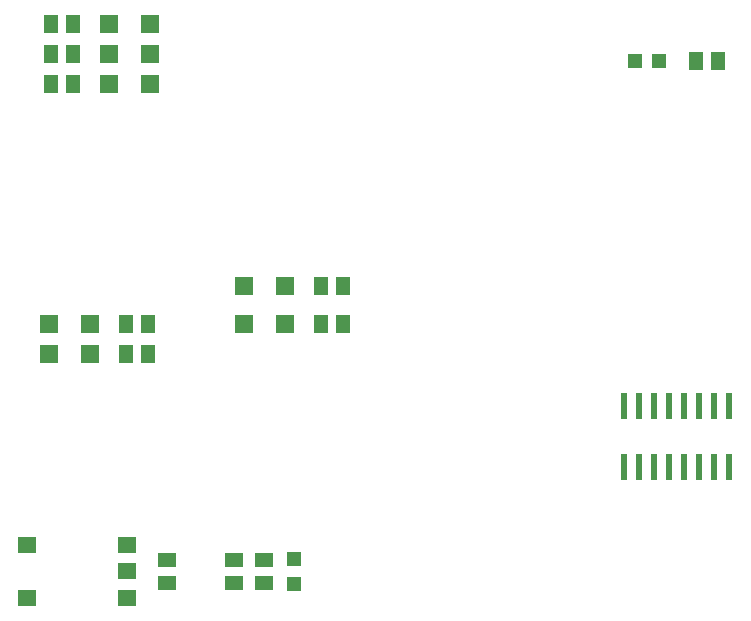
<source format=gtp>
G75*
%MOIN*%
%OFA0B0*%
%FSLAX25Y25*%
%IPPOS*%
%LPD*%
%AMOC8*
5,1,8,0,0,1.08239X$1,22.5*
%
%ADD10R,0.04724X0.04724*%
%ADD11R,0.05118X0.05906*%
%ADD12R,0.05906X0.05118*%
%ADD13R,0.05906X0.05906*%
%ADD14R,0.02362X0.08661*%
%ADD15R,0.06299X0.05512*%
D10*
X0102500Y0018366D03*
X0102500Y0026634D03*
X0215866Y0192500D03*
X0224134Y0192500D03*
D11*
X0236260Y0192500D03*
X0243740Y0192500D03*
X0118740Y0117500D03*
X0111260Y0117500D03*
X0111260Y0105000D03*
X0118740Y0105000D03*
X0053740Y0105000D03*
X0046260Y0105000D03*
X0046260Y0095000D03*
X0053740Y0095000D03*
X0028740Y0185000D03*
X0021260Y0185000D03*
X0021260Y0195000D03*
X0028740Y0195000D03*
X0028740Y0205000D03*
X0021260Y0205000D03*
D12*
X0060000Y0026240D03*
X0060000Y0018760D03*
X0082500Y0018760D03*
X0082500Y0026240D03*
X0092500Y0026240D03*
X0092500Y0018760D03*
D13*
X0034390Y0095000D03*
X0034390Y0105000D03*
X0020610Y0105000D03*
X0020610Y0095000D03*
X0085610Y0105000D03*
X0099390Y0105000D03*
X0099390Y0117500D03*
X0085610Y0117500D03*
X0054390Y0185000D03*
X0054390Y0195000D03*
X0054390Y0205000D03*
X0040610Y0205000D03*
X0040610Y0195000D03*
X0040610Y0185000D03*
D14*
X0212500Y0077736D03*
X0217500Y0077736D03*
X0222500Y0077736D03*
X0227500Y0077736D03*
X0232500Y0077736D03*
X0237500Y0077736D03*
X0242500Y0077736D03*
X0247500Y0077736D03*
X0247500Y0057264D03*
X0242500Y0057264D03*
X0237500Y0057264D03*
X0232500Y0057264D03*
X0227500Y0057264D03*
X0222500Y0057264D03*
X0217500Y0057264D03*
X0212500Y0057264D03*
D15*
X0013465Y0013642D03*
X0013465Y0031358D03*
X0046535Y0031358D03*
X0046535Y0022500D03*
X0046535Y0013642D03*
M02*

</source>
